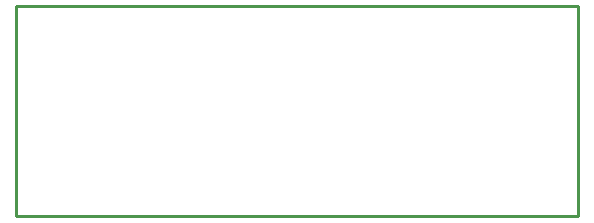
<source format=gko>
G04 Layer_Color=16711935*
%FSLAX23Y23*%
%MOIN*%
G70*
G01*
G75*
%ADD23C,0.010*%
D23*
X365Y-350D02*
Y350D01*
X-1510Y-350D02*
X365D01*
X-1510Y350D02*
X365D01*
X-1510Y-350D02*
Y350D01*
M02*

</source>
